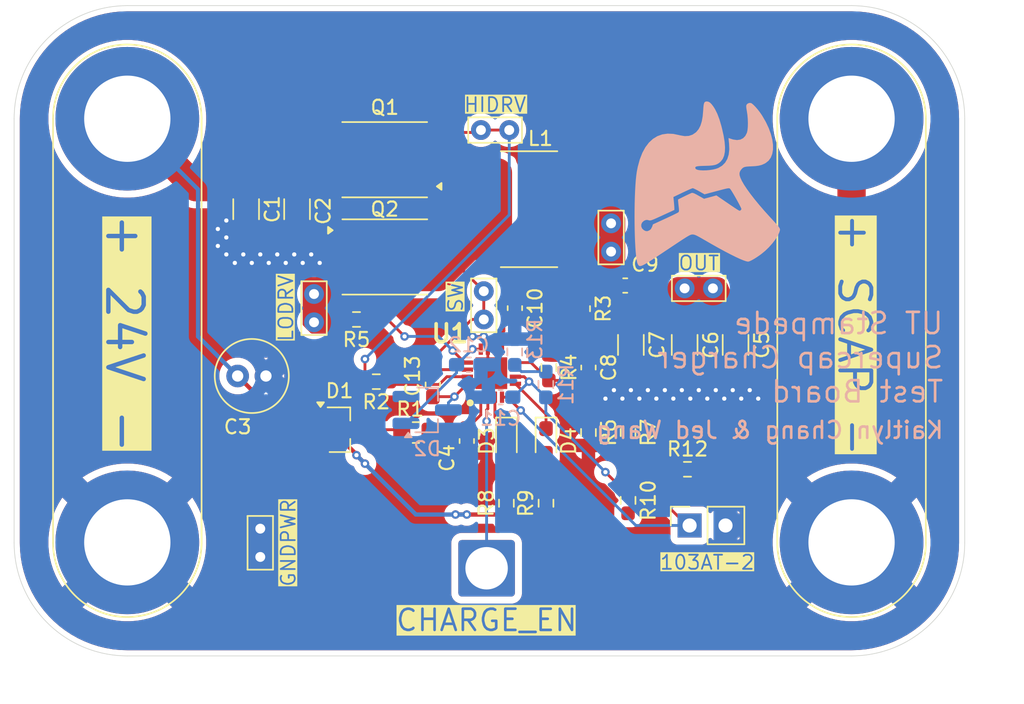
<source format=kicad_pcb>
(kicad_pcb (version 20241229) (generator "pcbnew") (generator_version "9.0")
  (title_block (title "Input Buck + Charger Test Board") (date "2025-05-25") (rev "1B") (company "UT Robomaster") (comment 1 "Robomaster"))
  (layers (0 "F.Cu" signal) (4 "In1.Cu" signal) (6 "In2.Cu" signal) (2 "B.Cu" signal) (13 "F.Paste" user) (15 "B.Paste" user) (5 "F.SilkS" user "F.Silkscreen") (7 "B.SilkS" user "B.Silkscreen") (1 "F.Mask" user) (3 "B.Mask" user) (25 "Edge.Cuts" user))
  (net 0 "")
  (net 1 "GNDPWR")
  (net 2 "/+24_IN")
  (net 3 "/Input Buck & Charger/VCC")
  (net 4 "/+6V_{SCAP}_OUT")
  (net 5 "/Input Buck & Charger/VFB")
  (net 6 "/Input Buck & Charger/SRP")
  (net 7 "/Input Buck & Charger/VREF")
  (net 8 "/Input Buck & Charger/REGN")
  (net 9 "/Input Buck & Charger/BTST")
  (net 10 "/Input Buck & Charger/PH")
  (net 11 "/Input Buck & Charger/VCC_R")
  (net 12 "/Input Buck & Charger/STAT_D")
  (net 13 "/Input Buck & Charger/STAT")
  (net 14 "/Input Buck & Charger/~{PG}_D")
  (net 15 "/Input Buck & Charger/~{PG}")
  (net 16 "/Input Buck & Charger/TS")
  (net 17 "/CHARGE_EN_IN")
  (net 18 "/Input Buck & Charger/HIDRV_R")
  (net 19 "/Input Buck & Charger/LODRV_R")
  (net 20 "/Input Buck & Charger/HIDRV")
  (net 21 "/Input Buck & Charger/LODRV")
  (net 22 "/Input Buck & Charger/ISET")
  (footprint "LED_SMD:LED_0603_1608Metric_Pad1.05x0.95mm_HandSolder" (layer "F.Cu") (at 123.6 142.4 -90)
    (property "Reference" "D3" (at 0 1.4 90) (layer "F.SilkS"))
    (property "Value" "LTST-C193TBKT-5A")
    (pad "1" smd roundrect (at -0.875 0 270) (size 1.05 0.95) (layers "F.Cu" "F.Mask" "F.Paste") (net 13 "/Input Buck & Charger/STAT"))
    (pad "2" smd roundrect (at 0.875 0 270) (size 1.05 0.95) (layers "F.Cu" "F.Mask" "F.Paste") (net 12 "/Input Buck & Charger/STAT_D"))
  )
  (footprint "TestPoint:TestPoint_Bridge_Pitch2.0mm_Drill0.7mm" (layer "F.Cu") (at 136.2 131.6)
    (property "Reference" "TP5" (hide yes))
    (property "Value" "V_{N}")
    (pad "1" thru_hole circle (at 0 0) (size 1.4 1.4) (drill 0.7) (layers "*.Cu" "*.Mask") (net 4 "/+6V_{SCAP}_OUT"))
    (pad "1" thru_hole circle (at 2 0) (size 1.4 1.4) (drill 0.7) (layers "*.Cu" "*.Mask") (net 4 "/+6V_{SCAP}_OUT"))
  )
  (footprint "Resistor_SMD:R_0603_1608Metric_Pad0.98x0.95mm_HandSolder" (layer "F.Cu") (at 126.4 146.8 90)
    (property "Reference" "R9" (at 0 -1.43 90) (layer "F.SilkS"))
    (property "Value" "4.7k")
    (pad "1" smd roundrect (at -0.9125 0 90) (size 0.975 0.95) (layers "F.Cu" "F.Mask" "F.Paste") (net 2 "/+24_IN"))
    (pad "2" smd roundrect (at 0.9125 0 90) (size 0.975 0.95) (layers "F.Cu" "F.Mask" "F.Paste") (net 14 "/Input Buck & Charger/~{PG}_D"))
  )
  (footprint "TestPoint:TestPoint_Bridge_Pitch2.0mm_Drill0.7mm" (layer "F.Cu") (at 106.2 150.6 90)
    (property "Reference" "TP6" (hide yes))
    (property "Value" "V_{LODRV}")
    (pad "1" thru_hole circle (at 0 0 90) (size 1.4 1.4) (drill 0.7) (layers "*.Cu" "*.Mask") (net 1 "GNDPWR"))
    (pad "1" thru_hole circle (at 2 0 90) (size 1.4 1.4) (drill 0.7) (layers "*.Cu" "*.Mask") (net 1 "GNDPWR"))
  )
  (footprint "Capacitor_SMD:C_0603_1608Metric_Pad1.08x0.95mm_HandSolder" (layer "F.Cu") (at 124.2 133 -90)
    (property "Reference" "C10" (at 0 -1.43 90) (layer "F.SilkS"))
    (property "Value" "0.1u")
    (pad "1" smd roundrect (at -0.8625 0 270) (size 1.075 0.95) (layers "F.Cu" "F.Mask" "F.Paste") (net 6 "/Input Buck & Charger/SRP"))
    (pad "2" smd roundrect (at 0.8625 0 270) (size 1.075 0.95) (layers "F.Cu" "F.Mask" "F.Paste") (net 4 "/+6V_{SCAP}_OUT"))
  )
  (footprint "Package_SON:Infineon_PG-TDSON-8_6.15x5.15mm" (layer "F.Cu") (at 115 122.475 180)
    (property "Reference" "Q1" (at 0 3.675 0) (layer "F.SilkS"))
    (property "Value" "BSC059N04LS6")
    (pad "1" smd roundrect (at -2.825 -1.905 180) (size 1.2 0.65) (layers "F.Cu" "F.Mask" "F.Paste") (net 10 "/Input Buck & Charger/PH"))
    (pad "2" smd roundrect (at -2.825 -0.635 180) (size 1.2 0.65) (layers "F.Cu" "F.Mask" "F.Paste") (net 10 "/Input Buck & Charger/PH"))
    (pad "3" smd roundrect (at -2.825 0.635 180) (size 1.2 0.65) (layers "F.Cu" "F.Mask" "F.Paste") (net 10 "/Input Buck & Charger/PH"))
    (pad "4" smd roundrect (at -2.825 1.905 180) (size 1.2 0.65) (layers "F.Cu" "F.Mask" "F.Paste") (net 18 "/Input Buck & Charger/HIDRV_R"))
    (pad "5" smd rect (at 0.675 0 180) (size 4.5 4.7) (layers "F.Cu" "F.Mask") (net 2 "/+24_IN"))
    (pad "5" smd roundrect (at 2.925 -1.995 180) (size 1 0.7) (layers "F.Cu" "F.Mask" "F.Paste") (net 2 "/+24_IN"))
    (pad "5" smd roundrect (at 2.925 -0.665 180) (size 1 0.7) (layers "F.Cu" "F.Mask" "F.Paste") (net 2 "/+24_IN"))
    (pad "5" smd roundrect (at 2.925 0.665 180) (size 1 0.7) (layers "F.Cu" "F.Mask" "F.Paste") (net 2 "/+24_IN"))
    (pad "5" smd roundrect (at 2.925 1.995 180) (size 1 0.7) (layers "F.Cu" "F.Mask" "F.Paste") (net 2 "/+24_IN"))
  )
  (footprint "TestPoint:TestPoint_Bridge_Pitch2.0mm_Drill0.7mm" (layer "F.Cu") (at 122 131.8 -90)
    (property "Reference" "TP2" (hide yes))
    (property "Value" "V_{SW}")
    (pad "1" thru_hole circle (at 0 0 270) (size 1.4 1.4) (drill 0.7) (layers "*.Cu" "*.Mask") (net 10 "/Input Buck & Charger/PH"))
    (pad "1" thru_hole circle (at 2 0 270) (size 1.4 1.4) (drill 0.7) (layers "*.Cu" "*.Mask") (net 10 "/Input Buck & Charger/PH"))
  )
  (footprint "TestPoint:TestPoint_Bridge_Pitch2.0mm_Drill0.7mm" (layer "F.Cu") (at 131 127 -90)
    (property "Reference" "TP3" (hide yes))
    (property "Value" "V_{P}")
    (pad "1" thru_hole circle (at 0 0 270) (size 1.4 1.4) (drill 0.7) (layers "*.Cu" "*.Mask") (net 6 "/Input Buck & Charger/SRP"))
    (pad "1" thru_hole circle (at 2 0 270) (size 1.4 1.4) (drill 0.7) (layers "*.Cu" "*.Mask") (net 6 "/Input Buck & Charger/SRP"))
  )
  (footprint "Capacitor_SMD:C_0603_1608Metric_Pad1.08x0.95mm_HandSolder" (layer "F.Cu") (at 118.3975 138.4 90)
    (property "Reference" "C13" (at 0.6 -1.43 90) (layer "F.SilkS"))
    (property "Value" "0.1u")
    (pad "1" smd roundrect (at -0.8625 0 90) (size 1.075 0.95) (layers "F.Cu" "F.Mask" "F.Paste") (net 9 "/Input Buck & Charger/BTST"))
    (pad "2" smd roundrect (at 0.8625 0 90) (size 1.075 0.95) (layers "F.Cu" "F.Mask" "F.Paste") (net 10 "/Input Buck & Charger/PH"))
  )
  (footprint "Capacitor_SMD:C_1206_3216Metric_Pad1.33x1.80mm_HandSolder" (layer "F.Cu") (at 136.2 135.6 -90)
    (property "Reference" "C6" (at 0 -1.85 90) (layer "F.SilkS"))
    (property "Value" "10u")
    (pad "1" smd roundrect (at -1.5625 0 270) (size 1.325 1.8) (layers "F.Cu" "F.Mask" "F.Paste") (roundrect_rratio 0.188679) (net 4 "/+6V_{SCAP}_OUT"))
    (pad "2" smd roundrect (at 1.5625 0 270) (size 1.325 1.8) (layers "F.Cu" "F.Mask" "F.Paste") (roundrect_rratio 0.188679) (net 1 "GNDPWR"))
  )
  (footprint "TestPoint:TestPoint_Bridge_Pitch2.0mm_Drill0.7mm" (layer "F.Cu") (at 110 134 90)
    (property "Reference" "TP4" (hide yes))
    (property "Value" "V_{LODRV}")
    (pad "1" thru_hole circle (at 0 0 90) (size 1.4 1.4) (drill 0.7) (layers "*.Cu" "*.Mask") (net 19 "/Input Buck & Charger/LODRV_R"))
    (pad "1" thru_hole circle (at 2 0 90) (size 1.4 1.4) (drill 0.7) (layers "*.Cu" "*.Mask") (net 19 "/Input Buck & Charger/LODRV_R"))
  )
  (footprint "Resistor_SMD:R_0603_1608Metric_Pad0.98x0.95mm_HandSolder" (layer "F.Cu") (at 126.6 137.2 -90)
    (property "Reference" "R4" (at 0 -1.43 90) (layer "F.SilkS"))
    (property "Value" "27k")
    (pad "1" smd roundrect (at -0.9125 0 270) (size 0.975 0.95) (layers "F.Cu" "F.Mask" "F.Paste") (net 4 "/+6V_{SCAP}_OUT"))
    (pad "2" smd roundrect (at 0.9125 0 270) (size 0.975 0.95) (layers "F.Cu" "F.Mask" "F.Paste") (net 5 "/Input Buck & Charger/VFB"))
  )
  (footprint "Resistor_SMD:R_0603_1608Metric_Pad0.98x0.95mm_HandSolder" (layer "F.Cu") (at 113 133.8 180)
    (property "Reference" "R5" (at 0 -1.43 0) (layer "F.SilkS"))
    (property "Value" "0")
    (pad "1" smd roundrect (at -0.9125 0 180) (size 0.975 0.95) (layers "F.Cu" "F.Mask" "F.Paste") (net 21 "/Input Buck & Charger/LODRV"))
    (pad "2" smd roundrect (at 0.9125 0 180) (size 0.975 0.95) (layers "F.Cu" "F.Mask" "F.Paste") (net 19 "/Input Buck & Charger/LODRV_R"))
  )
  (footprint "Capacitor_SMD:C_1206_3216Metric_Pad1.33x1.80mm_HandSolder" (layer "F.Cu") (at 108.8 126 -90)
    (property "Reference" "C2" (at 0.125 -1.85 90) (layer "F.SilkS"))
    (property "Value" "10u")
    (pad "1" smd roundrect (at -1.5625 0 270) (size 1.325 1.8) (layers "F.Cu" "F.Mask" "F.Paste") (roundrect_rratio 0.188679) (net 2 "/+24_IN"))
    (pad "2" smd roundrect (at 1.5625 0 270) (size 1.325 1.8) (layers "F.Cu" "F.Mask" "F.Paste") (roundrect_rratio 0.188679) (net 1 "GNDPWR"))
  )
  (footprint "Resistor_SMD:R_0603_1608Metric_Pad0.98x0.95mm_HandSolder" (layer "F.Cu") (at 132.2 141.8 -90)
    (property "Reference" "R7" (at 0 -1.43 90) (layer "F.SilkS"))
    (property "Value" "15k")
    (pad "1" smd roundrect (at -0.9125 0 270) (size 0.975 0.95) (layers "F.Cu" "F.Mask" "F.Paste") (net 5 "/Input Buck & Charger/VFB"))
    (pad "2" smd roundrect (at 0.9125 0 270) (size 0.975 0.95) (layers "F.Cu" "F.Mask" "F.Paste") (net 1 "GNDPWR"))
  )
  (footprint "Resistor_SMD:R_0603_1608Metric_Pad0.98x0.95mm_HandSolder" (layer "F.Cu") (at 123.6 146.8 90)
    (property "Reference" "R8" (at 0 -1.43 90) (layer "F.SilkS"))
    (property "Value" "4.7k")
    (pad "1" smd roundrect (at -0.9125 0 90) (size 0.975 0.95) (layers "F.Cu" "F.Mask" "F.Paste") (net 2 "/+24_IN"))
    (pad "2" smd roundrect (at 0.9125 0 90) (size 0.975 0.95) (layers "F.Cu" "F.Mask" "F.Paste") (net 12 "/Input Buck & Charger/STAT_D"))
  )
  (footprint "Inductor_SMD:L_Bourns_SRN8040TA" (layer "F.Cu") (at 125.2 126)
    (property "Reference" "L1" (at 0.8 -5 0) (layer "F.SilkS"))
    (property "Value" "4.7u")
    (pad "1" smd rect (at -2.825 0 270) (size 6.6 2.85) (layers "F.Cu" "F.Mask" "F.Paste") (net 10 "/Input Buck & Charger/PH"))
    (pad "2" smd rect (at 2.825 0 270) (size 6.6 2.85) (layers "F.Cu" "F.Mask" "F.Paste") (net 6 "/Input Buck & Charger/SRP"))
  )
  (footprint "Resistor_SMD:R_0603_1608Metric_Pad0.98x0.95mm_HandSolder" (layer "F.Cu") (at 129.4 141.8 -90)
    (property "Reference" "R6" (at 0 -1.43 90) (layer "F.SilkS"))
    (property "Value" "470k")
    (pad "1" smd roundrect (at -0.9125 0 270) (size 0.975 0.95) (layers "F.Cu" "F.Mask" "F.Paste") (net 5 "/Input Buck & Charger/VFB"))
    (pad "2" smd roundrect (at 0.9125 0 270) (size 0.975 0.95) (layers "F.Cu" "F.Mask" "F.Paste") (net 1 "GNDPWR"))
  )
  (footprint "Capacitor_SMD:C_1206_3216Metric_Pad1.33x1.80mm_HandSolder" (layer "F.Cu") (at 139.8 135.6 -90)
    (property "Reference" "C5" (at 0 -1.85 90) (layer "F.SilkS"))
    (property "Value" "10u")
    (pad "1" smd roundrect (at -1.5625 0 270) (size 1.325 1.8) (layers "F.Cu" "F.Mask" "F.Paste") (roundrect_rratio 0.188679) (net 4 "/+6V_{SCAP}_OUT"))
    (pad "2" smd roundrect (at 1.5625 0 270) (size 1.325 1.8) (layers "F.Cu" "F.Mask" "F.Paste") (roundrect_rratio 0.188679) (net 1 "GNDPWR"))
  )
  (footprint "Package_SON:Infineon_PG-TDSON-8_6.15x5.15mm" (layer "F.Cu") (at 115 129.4)
    (property "Reference" "Q2" (at -0.005 -3.4 0) (layer "F.SilkS"))
    (property "Value" "BSC059N04LS6")
    (pad "1" smd roundrect (at -2.825 -1.905) (size 1.2 0.65) (layers "F.Cu" "F.Mask" "F.Paste") (net 1 "GNDPWR"))
    (pad "2" smd roundrect (at -2.825 -0.635) (size 1.2 0.65) (layers "F.Cu" "F.Mask" "F.Paste") (net 1 "GNDPWR"))
    (pad "3" smd roundrect (at -2.825 0.635) (size 1.2 0.65) (layers "F.Cu" "F.Mask" "F.Paste") (net 1 "GNDPWR"))
    (pad "4" smd roundrect (at -2.825 1.905) (size 1.2 0.65) (layers "F.Cu" "F.Mask" "F.Paste") (net 19 "/Input Buck & Charger/LODRV_R"))
    (pad "5" smd rect (at 0.675 0) (size 4.5 4.7) (layers "F.Cu" "F.Mask") (net 10 "/Input Buck & Charger/PH"))
    (pad "5" smd roundrect (at 2.925 -1.995) (size 1 0.7) (layers "F.Cu" "F.Mask" "F.Paste") (net 10 "/Input Buck & Charger/PH"))
    (pad "5" smd roundrect (at 2.925 -0.665) (size 1 0.7) (layers "F.Cu" "F.Mask" "F.Paste") (net 10 "/Input Buck & Charger/PH"))
    (pad "5" smd roundrect (at 2.925 0.665) (size 1 0.7) (layers "F.Cu" "F.Mask" "F.Paste") (net 10 "/Input Buck & Charger/PH"))
    (pad "5" smd roundrect (at 2.925 1.995) (size 1 0.7) (layers "F.Cu" "F.Mask" "F.Paste") (net 10 "/Input Buck & Charger/PH"))
  )
  (footprint "Capacitor_SMD:C_1206_3216Metric_Pad1.33x1.80mm_HandSolder" (layer "F.Cu") (at 105.2 126 -90)
    (property "Reference" "C1" (at 0 -1.85 90) (layer "F.SilkS"))
    (property "Value" "10u")
    (pad "1" smd roundrect (at -1.5625 0 270) (size 1.325 1.8) (layers "F.Cu" "F.Mask" "F.Paste") (roundrect_rratio 0.188679) (net 2 "/+24_IN"))
    (pad "2" smd roundrect (at 1.5625 0 270) (size 1.325 1.8) (layers "F.Cu" "F.Mask" "F.Paste") (roundrect_rratio 0.188679) (net 1 "GNDPWR"))
  )
  (footprint "Resistor_SMD:R_0603_1608Metric_Pad0.98x0.95mm_HandSolder" (layer "F.Cu") (at 136.4 144.4)
    (property "Reference" "R12" (at 0 -1.43 0) (layer "F.SilkS"))
    (property "Value" "430k")
    (pad "1" smd roundrect (at -0.9125 0) (size 0.975 0.95) (layers "F.Cu" "F.Mask" "F.Paste") (net 16 "/Input Buck & Charger/TS"))
    (pad "2" smd roundrect (at 0.9125 0) (size 0.975 0.95) (layers "F.Cu" "F.Mask" "F.Paste") (net 1 "GNDPWR"))
  )
  (footprint "Connector:Banana_Jack_2Pin" (layer "F.Cu") (at 148 119.6 -90)
    (property "Reference" "J17" (hide yes))
    (property "Value" "Banana 2P")
    (pad "1" thru_hole circle (at 0 0 270) (size 10.16 10.16) (drill 6.1) (layers "*.Cu" "*.Mask") (net 4 "/+6V_{SCAP}_OUT"))
    (pad "2" thru_hole circle (at 29.97 0 270) (size 10.16 10.16) (drill 6.1) (layers "*.Cu" "*.Mask") (net 1 "GNDPWR"))
  )
  (footprint "Connector_Wire:SolderWire-2.5sqmm_1x01_D2.4mm_OD3.6mm" (layer "F.Cu") (at 122.2 151.4)
    (property "Reference" "J23" (hide yes))
    (property "Value" "Conn_01x01_Pin")
    (pad "1" thru_hole roundrect (at 0 0) (size 4 4) (drill 3) (layers "*.Cu" "*.Mask") (roundrect_rratio 0.0625) (net 17 "/CHARGE_EN_IN"))
  )
  (footprint "TestPoint:TestPoint_Bridge_Pitch2.0mm_Drill0.7mm" (layer "F.Cu") (at 121.8 120.4)
    (property "Reference" "TP1" (hide yes))
    (property "Value" "V_{HIDRV}")
    (pad "1" thru_hole circle (at 0 0) (size 1.4 1.4) (drill 0.7) (layers "*.Cu" "*.Mask") (net 18 "/Input Buck & Charger/HIDRV_R"))
    (pad "1" thru_hole circle (at 2 0) (size 1.4 1.4) (drill 0.7) (layers "*.Cu" "*.Mask") (net 18 "/Input Buck & Charger/HIDRV_R"))
  )
  (footprint "! Robomaster ICs:QFN50P350X350X100-17N-D" (layer "F.Cu") (at 122.5375 137.6 90)
    (property "Reference" "U1" (at 2.8 -2.9375 180) (layer "F.SilkS") (effects (font (size 1.27 1.27) (thickness 0.254))))
    (property "Value" "BQ24640" (hide yes))
    (pad "1" smd rect (at -1.7 -0.75 180) (size 0.3 0.8) (layers "F.Cu" "F.Mask" "F.Paste") (net 3 "/Input Buck & Charger/VCC"))
    (pad "2" smd rect (at -1.7 -0.25 180) (size 0.3 0.8) (layers "F.Cu" "F.Mask" "F.Paste") (net 17 "/CHARGE_EN_IN"))
    (pad "3" smd rect (at -1.7 0.25 180) (size 0.3 0.8) (layers "F.Cu" "F.Mask" "F.Paste") (net 13 "/Input Buck & Charger/STAT"))
    (pad "4" smd rect (at -1.7 0.75 180) (size 0.3 0.8) (layers "F.Cu" "F.Mask" "F.Paste") (net 16 "/Input Buck & Charger/TS"))
    (pad "5" smd rect (at -0.75 1.7 90) (size 0.3 0.8) (layers "F.Cu" "F.Mask" "F.Paste") (net 15 "/Input Buck & Charger/~{PG}"))
    (pad "6" smd rect (at -0.25 1.7 90) (size 0.3 0.8) (layers "F.Cu" "F.Mask" "F.Paste") (net 7 "/Input Buck & Charger/VREF"))
    (pad "7" smd rect (at 0.25 1.7 90) (size 0.3 0.8) (layers "F.Cu" "F.Mask" "F.Paste") (net 22 "/Input Buck & Charger/ISET"))
    (pad "8" smd rect (at 0.75 1.7 90) (size 0.3 0.8) (layers "F.Cu" "F.Mask" "F.Paste") (net 5 "/Input Buck & Charger/VFB"))
    (pad "9" smd rect (at 1.7 0.75 180) (size 0.3 0.8) (layers "F.Cu" "F.Mask" "F.Paste") (net 4 "/+6V_{SCAP}_OUT"))
    (pad "10" smd rect (at 1.7 0.25 180) (size 0.3 0.8) (layers "F.Cu" "F.Mask" "F.Paste") (net 6 "/Input Buck & Charger/SRP"))
    (pad "11" smd rect (at 1.7 -0.25 180) (size 0.3 0.8) (layers "F.Cu" "F.Mask" "F.Paste") (net 1 "GNDPWR"))
    (pad "12" smd rect (at 1.7 -0.75 180) (size 0.3 0.8) (layers "F.Cu" "F.Mask" "F.Paste") (net 8 "/Input Buck & Charger/REGN"))
    (pad "13" smd rect (at 0.75 -1.7 90) (size 0.3 0.8) (layers "F.Cu" "F.Mask" "F.Paste") (net 21 "/Input Buck & Charger/LODRV"))
    (pad "14" smd rect (at 0.25 -1.7 90) (size 0.3 0.8) (layers "F.Cu" "F.Mask" "F.Paste") (net 10 "/Input Buck & Charger/PH"))
    (pad "15" smd rect (at -0.25 -1.7 90) (size 0.3 0.8) (layers "F.Cu" "F.Mask" "F.Paste") (net 20 "/Input Buck & Charger/HIDRV"))
    (pad "16" smd rect (at -0.75 -1.7 90) (size 0.3 0.8) (layers "F.Cu" "F.Mask" "F.Paste") (net 9 "/Input Buck & Charger/BTST"))
    (pad "17" smd rect (at 0 0 90) (size 2.24 2.24) (layers "F.Cu" "F.Mask" "F.Paste") (net 1 "GNDPWR"))
  )
  (footprint "Capacitor_SMD:C_0603_1608Metric_Pad1.08x0.95mm_HandSolder" (layer "F.Cu") (at 132 131.4)
    (property "Reference" "C9" (at 1.4 -1.5 0) (layer "F.SilkS"))
    (property "Value" "0.1u")
    (pad "1" smd roundrect (at -0.8625 0) (size 1.075 0.95) (layers "F.Cu" "F.Mask" "F.Paste") (net 6 "/Input Buck & Charger/SRP"))
    (pad "2" smd roundrect (at 0.8625 0) (size 1.075 0.95) (layers "F.Cu" "F.Mask" "F.Paste") (net 1 "GNDPWR"))
  )
  (footprint "Resistor_SMD:R_0603_1608Metric_Pad0.98x0.95mm_HandSolder" (layer "F.Cu") (at 132.2 146.6 -90)
    (property "Reference" "R10" (at 0 -1.43 90) (layer "F.SilkS"))
    (property "Value" "9.31k")
    (pad "1" smd roundrect (at -0.9125 0 270) (size 0.975 0.95) (layers "F.Cu" "F.Mask" "F.Paste") (net 7 "/Input Buck & Charger/VREF"))
    (pad "2" smd roundrect (at 0.9125 0 270) (size 0.975 0.95) (layers "F.Cu" "F.Mask" "F.Paste") (net 16 "/Input Buck & Charger/TS"))
  )
  (footprint "Resistor_SMD:R_0805_2012Metric_Pad1.20x1.40mm_HandSolder" (layer "F.Cu") (at 117.2 141.8)
    (property "Reference" "R1" (at -0.4 -1.65 0) (layer "F.SilkS"))
    (property "Value" "6.8")
    (pad "1" smd roundrect (at -1 0) (size 1.2 1.4) (layers "F.Cu" "F.Mask" "F.Paste") (roundrect_rratio 0.208333) (net 11 "/Input Buck & Charger/VCC_R"))
    (pad "2" smd roundrect (at 1 0) (size 1.2 1.4) (layers "F.Cu" "F.Mask" "F.Paste") (roundrect_rratio 0.208333) (net 3 "/Input Buck & Charger/VCC"))
  )
  (footprint "Capacitor_SMD:C_0603_1608Metric_Pad1.08x0.95mm_HandSolder" (layer "F.Cu") (at 120.8 142.4 -90)
    (property "Reference" "C4" (at 1.2 1.4 90) (layer "F.SilkS"))
    (property "Value" "1u")
    (pad "1" smd roundrect (at -0.8625 0 270) (size 1.075 0.95) (layers "F.Cu" "F.Mask" "F.Paste") (net 3 "/Input Buck & Charger/VCC"))
    (pad "2" smd roundrect (at 0.8625 0 270) (size 1.075 0.95) (layers "F.Cu" "F.Mask" "F.Paste") (net 1 "GNDPWR"))
  )
  (footprint "Package_TO_SOT_SMD:SOT-23_Handsoldering" (layer "F.Cu") (at 111.8 141.6)
    (property "Reference" "D1" (at 0 -2.75 0) (layer "F.SilkS"))
    (property "Value" "BAT54")
    (pad "1" smd roundrect (at -1.5 -0.95) (size 1.9 0.8) (layers "F.Cu" "F.Mask" "F.Paste") (net 2 "/+24_IN"))
    (pad "2" smd roundrect (at -1.5 0.95) (size 1.9 0.8) (layers "F.Cu" "F.Mask" "F.Paste"))
    (pad "3" smd roundrect (at 1.5 0) (size 1.9 0.8) (layers "F.Cu" "F.Mask" "F.Paste") (net 11 "/Input Buck & Charger/VCC_R"))
  )
  (footprint "LED_SMD:LED_0603_1608Metric_Pad1.05x0.95mm_HandSolder" (layer "F.Cu") (at 126.4 142.4 -90)
    (property "Reference" "D4" (at 0 -1.6 90) (layer "F.SilkS"))
    (property "Value" "LTST-C193KSKT-5A")
    (pad "1" smd roundrect (at -0.875 0 270) (size 1.05 0.95) (layers "F.Cu" "F.Mask" "F.Paste") (net 15 "/Input Buck & Charger/~{PG}"))
    (pad "2" smd roundrect (at 0.875 0 270) (size 1.05 0.95) (layers "F.Cu" "F.Mask" "F.Paste") (net 14 "/Input Buck & Charger/~{PG}_D"))
  )
  (footprint "Capacitor_SMD:C_1206_3216Metric_Pad1.33x1.80mm_HandSolder" (layer "F.Cu") (at 132.4 135.6 -90)
    (property "Reference" "C7" (at 0 -1.85 90) (layer "F.SilkS"))
    (property "Value" "10u")
    (pad "1" smd roundrect (at -1.5625 0 270) (size 1.325 1.8) (layers "F.Cu" "F.Mask" "F.Paste") (roundrect_rratio 0.188679) (net 4 "/+6V_{SCAP}_OUT"))
    (pad "2" smd roundrect (at 1.5625 0 270) (size 1.325 1.8) (layers "F.Cu" "F.Mask" "F.Paste") (roundrect_rratio 0.188679) (net 1 "GNDPWR"))
  )
  (footprint "Connector_PinSocket_2.54mm:PinSocket_1x02_P2.54mm_Vertical" (layer "F.Cu") (at 136.55 148.375 90)
    (property "Reference" "J1" (hide yes))
    (property "Value" "Conn_01x02_Socket")
    (pad "1" thru_hole rect (at 0 0 90) (size 1.7 1.7) (drill 1) (layers "*.Cu" "*.Mask") (net 16 "/Input Buck & Charger/TS"))
    (pad "2" thru_hole oval (at 0 2.54 90) (size 1.7 1.7) (drill 1) (layers "*.Cu" "*.Mask") (net 1 "GNDPWR"))
  )
  (footprint "Resistor_SMD:R_0612_1632Metric_Pad1.18x3.40mm_HandSolder" (layer "F.Cu") (at 127.8 133.0375 -90)
    (property "Reference" "R3" (at 0 -2.65 90) (layer "F.SilkS"))
    (property "Value" "0.01")
    (pad "1" smd roundrect (at -0.8375 0 270) (size 1.175 3.4) (layers "F.Cu" "F.Mask" "F.Paste") (roundrect_rratio 0.212766) (net 6 "/Input Buck & Charger/SRP"))
    (pad "2" smd roundrect (at 0.8375 0 270) (size 1.175 3.4) (layers "F.Cu" "F.Mask" "F.Paste") (roundrect_rratio 0.212766) (net 4 "/+6V_{SCAP}_OUT"))
  )
  (footprint "Capacitor_THT:C_Radial_D5.0mm_H11.0mm_P2.00mm" (layer "F.Cu") (at 104.6 137.8)
    (property "Reference" "C3" (at 0 3.6 0) (layer "F.SilkS"))
    (property "Value" "2.2u")
    (pad "1" thru_hole circle (at 0 0) (size 1.6 1.6) (drill 0.8) (layers "*.Cu" "*.Mask") (net 2 "/+24_IN"))
    (pad "2" thru_hole circle (at 2 0) (size 1.6 1.6) (drill 0.8) (layers "*.Cu" "*.Mask") (net 1 "GNDPWR"))
  )
  (footprint "Resistor_SMD:R_0603_1608Metric_Pad0.98x0.95mm_HandSolder" (layer "F.Cu") (at 114.4 138.2 180)
    (property "Reference" "R2" (at 0 -1.43 0) (layer "F.SilkS"))
    (property "Value" "0")
    (pad "1" smd roundrect (at -0.9125 0 180) (size 0.975 0.95) (layers "F.Cu" "F.Mask" "F.Paste") (net 20 "/Input Buck & Charger/HIDRV"))
    (pad "2" smd roundrect (at 0.9125 0 180) (size 0.975 0.95) (layers "F.Cu" "F.Mask" "F.Paste") (net 18 "/Input Buck & Charger/HIDRV_R"))
  )
  (footprint "Capacitor_SMD:C_0603_1608Metric_Pad1.08x0.95mm_HandSolder" (layer "F.Cu") (at 129.4 137.2 -90)
    (property "Reference" "C8" (at 0 -1.43 90) (layer "F.SilkS"))
    (property "Value" "15p")
    (pad "1" smd roundrect (at -0.8625 0 270) (size 1.075 0.95) (layers "F.Cu" "F.Mask" "F.Paste") (net 4 "/+6V_{SCAP}_OUT"))
    (pad "2" smd roundrect (at 0.8625 0 270) (size 1.075 0.95) (layers "F.Cu" "F.Mask" "F.Paste") (net 5 "/Input Buck & Charger/VFB"))
  )
  (footprint "Connector:Banana_Jack_2Pin" (layer "F.Cu") (at 96.8 119.6 -90)
    (property "Reference" "J16" (hide yes))
    (property "Value" "Banana 2P")
    (pad "1" thru_hole circle (at 0 0 270) (size 10.16 10.16) (drill 6.1) (layers "*.Cu" "*.Mask") (net 2 "/+24_IN"))
    (pad "2" thru_hole circle (at 29.97 0 270) (size 10.16 10.16) (drill 6.1) (layers "*.Cu" "*.Mask") (net 1 "GNDPWR"))
  )
  (footprint "Capacitor_SMD:C_0603_1608Metric_Pad1.08x0.95mm_HandSolder" (layer "B.Cu") (at 123.1875 139.3 180)
    (property "Reference" "C11" (at 0 -1.5 0) (layer "B.SilkS") (effects (justify mirror)))
    (property "Value" "1u")
    (pad "1" smd roundrect (at -0.8625 0 180) (size 1.075 0.95) (layers "B.Cu" "B.Mask" "B.Paste") (net 7 "/Input Buck & Charger/VREF"))
    (pad "2" smd roundrect (at 0.8625 0 180) (size 1.075 0.95) (layers "B.Cu" "B.Mask" "B.Paste") (net 1 "GNDPWR"))
  )
  (footprint "Resistor_SMD:R_0603_1608Metric_Pad0.98x0.95mm_HandSolder" (layer "B.Cu") (at 124.1875 136.1 90)
    (property "Reference" "R13" (at 0.9 1.43 90) (layer "B.SilkS") (effects (justify mirror)))
    (property "Value" "47k")
    (pad "1" smd roundrect (at -0.9125 0 90) (size 0.975 0.95) (layers "B.Cu" "B.Mask" "B.Paste") (net 22 "/Input Buck & Charger/ISET"))
    (pad "2" smd roundrect (at 0.9125 0 90) (size 0.975 0.95) (layers "B.Cu" "B.Mask" "B.Paste") (net 1 "GNDPWR"))
  )
  (footprint "Resistor_SMD:R_0603_1608Metric_Pad0.98x0.95mm_HandSolder" (layer "B.Cu") (at 126.3875 138.4 90)
    (property "Reference" "R11" (at 0 1.43 90) (layer "B.SilkS") (effects (justify mirror)))
    (property "Value" "82k")
    (pad "1" smd roundrect (at -0.9125 0 90) (size 0.975 0.95) (layers "B.Cu" "B.Mask" "B.Paste") (net 7 "/Input Buck & Charger/VREF"))
    (pad "2" smd roundrect (at 0.9125 0 90) (size 0.975 0.95) (layers "B.Cu" "B.Mask" "B.Paste") (net 22 "/Input Buck & Charger/ISET"))
  )
  (footprint "Package_TO_SOT_SMD:SOT-23_Handsoldering" (layer "B.Cu") (at 118 140.2)
    (property "Reference" "D2" (at 0 2.75 0) (layer "B.SilkS") (effects (justify mirror)))
    (property "Value" "BAT54")
    (pad "1" smd roundrect (at -1.5 0.95) (size 1.9 0.8) (layers "B.Cu" "B.Mask" "B.Paste") (net 8 "/Input Buck & Charger/REGN"))
    (pad "2" smd roundrect (at -1.5 -0.95) (size 1.9 0.8) (layers "B.Cu" "B.Mask" "B.Paste"))
    (pad "3" smd roundrect (at 1.5 0) (size 1.9 0.8) (layers "B.Cu" "B.Mask" "B.Paste") (net 9 "/Input Buck & Charger/BTST"))
  )
  (footprint "! Robomaster Special:StampedeLogo" (layer "B.Cu") (at 137.8 124.2 180)
    (property "Reference" "G***" (hide yes))
    (property "Value" "LOGO" (hide yes))
  )
  (footprint "Capacitor_SMD:C_0603_1608Metric_Pad1.08x0.95mm_HandSolder" (layer "B.Cu") (at 120.9375 137)
    (property "Reference" "C12" (at 0 -1.4 180) (layer "B.SilkS") (effects (justify mirror)))
    (property "Value" "1u")
    (pad "1" smd roundrect (at -0.8625 0) (size 1.075 0.95) (layers "B.Cu" "B.Mask" "B.Paste") (net 8 "/Input Buck & Charger/REGN"))
    (pad "2" smd roundrect (at 0.8625 0) (size 1.075 0.95) (layers "B.Cu" "B.Mask" "B.Paste") (net 1 "GNDPWR"))
  )
  (gr_arc (start 88.8 119.6) (mid 91.143146 113.943146) (end 96.8 111.6) (stroke (width 0.05)) (layer "Edge.Cuts"))
  (gr_line (start 156 119.6) (end 156 149.6) (stroke (width 0.05)) (layer "Edge.Cuts"))
  (gr_line (start 148 157.6) (end 96.8 157.6) (stroke (width 0.05)) (layer "Edge.Cuts"))
  (gr_arc (start 96.8 157.6) (mid 91.143146 155.256854) (end 88.8 149.6) (stroke (width 0.05)) (layer "Edge.Cuts"))
  (gr_arc (start 148 111.6) (mid 153.656854 113.943146) (end 156 119.6) (stroke (width 0.05)) (layer "Edge.Cuts"))
  (gr_line (start 96.8 111.6) (end 148 111.6) (stroke (width 0.05)) (layer "Edge.Cuts"))
  (gr_arc (start 156 149.6) (mid 153.656854 155.256854) (end 148 157.6) (stroke (width 0.05)) (layer "Edge.Cuts"))
  (gr_line (start 88.8 149.6) (end 88.8 119.6) (stroke (width 0.05)) (layer "Edge.Cuts"))
  (gr_text "SW" (at 120.6 132.2 90) (layer "F.SilkS" knockout) (effects (font (size 1 1) (thickness 0.125)) (justify bottom)))
  (gr_text "103AT-2" (at 137.8 150.4 0) (layer "F.SilkS" knockout) (effects (font (size 1 1) (thickness 0.125)) (justify top)))
  (gr_text "HIDRV" (at 122.8 119.2 0) (layer "F.SilkS" knockout) (effects (font (size 1 1) (thickness 0.125)) (justify bottom)))
  (gr_text "CHARGE_EN" (at 122.2 154.2 0) (layer "F.SilkS" knockout) (effects (font (size 1.5 1.5) (thickness 0.1875)) (justify top)))
  (gr_text "OUT" (at 137.2 130.4 0) (layer "F.SilkS" knockout) (effects (font (size 1 1) (thickness 0.125)) (justify bottom)))
  (gr_text "+ SCAP -" (at 148.2 134.888748 270) (layer "F.SilkS" knockout) (effects (font (size 2.2 2.2) (thickness 0.275))))
  (gr_text "GNDPWR" (at 107.6 149.6 90) (layer "F.SilkS" knockout) (effects (font (size 1 1) (thickness 0.125)) (justify top)))
  (gr_text "+ 24V -" (at 96.6 134.8 270) (layer "F.SilkS" knockout) (effects (font (size 2.5 2.5) (thickness 0.3125))))
  (gr_text "LODRV" (at 108.6 133 90) (layer "F.SilkS" knockout) (effects (font (size 1 1) (thickness 0.125)) (justify bottom)))
  (gr_text "UT Stampede\nSupercap Charger\nTest Board\n_{Kaitlyn Chang & Jed Wang}" (at 154.6 133.2 0) (layer "B.SilkS") (effects (font (size 1.5 1.5) (thickness 0.1875)) (justify left top mirror)))
  (segment (start 122 135) (end 121.2 135) (width 0.2) (layer "F.Cu") (net 1))
  (segment (start 122.2875 137.35) (end 122.5375 137.6) (width 0.2) (layer "F.Cu") (net 1))
  (segment (start 122.2875 135.9) (end 122.2875 137.35) (width 0.2) (layer "F.Cu") (net 1))
  (segment (start 122.327147 135.860353) (end 122.2875 135.9) (width 0.2) (layer "F.Cu") (net 1))
  (segment (start 122 135) (end 122.327147 135.327147) (width 0.2) (layer "F.Cu") (net 1))
  (segment (start 122.327147 135.327147) (end 122.327147 135.860353) (width 0.2) (layer "F.Cu") (net 1))
  (via (at 130.6 139.4) (size 0.6) (drill 0.3) (layers "F.Cu" "B.Cu") (net 1))
  (via (at 134.8 138.8) (size 0.6) (drill 0.3) (layers "F.Cu" "B.Cu") (net 1))
  (via (at 103.8 126.8) (size 0.6) (drill 0.3) (layers "F.Cu" "B.Cu") (net 1))
  (via (at 136 138.8) (size 0.6) (drill 0.3) (layers "F.Cu" "B.Cu") (net 1))
  (via (at 108 129.8) (size 0.6) (drill 0.3) (layers "F.Cu" "B.Cu") (net 1))
  (via (at 122 135) (size 0.6) (drill 0.3) (layers "F.Cu" "B.Cu") (net 1))
  (via (at 131.2 138.8) (size 0.6) (drill 0.3) (layers "F.Cu" "B.Cu") (net 1))
  (via (at 132.4 138.8) (size 0.6) (drill 0.3) (layers "F.Cu" "B.Cu") (net 1))
  (via (at 103.8 129.2) (size 0.6) (drill 0.3) (layers "F.Cu" "B.Cu") (net 1))
  (via (at 137.2 138.8) (size 0.6) (drill 0.3) (layers "F.Cu" "B.Cu") (net 1))
  (via (at 104.4 129.8) (size 0.6) (drill 0.3) (layers "F.Cu" "B.Cu") (net 1))
  (via (at 105 129.2) (size 0.6) (drill 0.3) (layers "F.Cu" "B.Cu") (net 1))
  (via (at 103.2 127.4) (size 0.6) (drill 0.3) (layers "F.Cu" "B.Cu") (net 1))
  (via (at 135.4 139.4) (size 0.6) (drill 0.3) (layers "F.Cu" "B.Cu") (net 1))
  (via (at 139.6 138.8) (size 0.6) (drill 0.3) (layers "F.Cu" "B.Cu") (net 1))
  (via (at 139 139.4) (size 0.6) (drill 0.3) (layers "F.Cu" "B.Cu") (net 1))
  (via (at 141.4 139.4) (size 0.6) (drill 0.3) (layers "F.Cu" "B.Cu") (net 1))
  (via (at 138.4 138.8) (size 0.6) (drill 0.3) (layers "F.Cu" "B.Cu") (net 1))
  (via (at 134.2 139.4) (size 0.6) (drill 0.3) (layers "F.Cu" "B.Cu") (net 1))
  (via (at 136.6 139.4) (size 0.6) (drill 0.3) (layers "F.Cu" "B.Cu") (net 1))
  (via (at 106.8 129.8) (size 0.6) (drill 0.3) (layers "F.Cu" "B.Cu") (net 1))
  (via (at 137.8 139.4) (size 0.6) (drill 0.3) (layers "F.Cu" "B.Cu") (net 1))
  (via (at 103.8 128) (size 0.6) (drill 0.3) (layers "F.Cu" "B.Cu") (net 1))
  (via (at 110.4 129.8) (size 0.6) (drill 0.3) (layers "F.Cu" "B.Cu") (net 1))
  (via (at 106.2 129.2) (size 0.6) (drill 0.3) (layers "F.Cu" "B.Cu") (net 1))
  (via (at 140.2 139.4) (size 0.6) (drill 0.3) (layers "F.Cu" "B.Cu") (net 1))
  (via (at 107.4 129.2) (size 0.6) (drill 0.3) (layers "F.Cu" "B.Cu") (net 1))
  (via (at 108.6 129.2) (size 0.6) (drill 0.3) (layers "F.Cu" "B.Cu") (net 1))
  (via (at 121.2 135) (size 0.6) (drill 0.3) (layers "F.Cu" "B.Cu") (net 1))
  (via (at 109.8 129.2) (size 0.6) (drill 0.3) (layers "F.Cu" "B.Cu") (net 1))
  (via (at 109.2 129.8) (size 0.6) (drill 0.3) (layers "F.Cu" "B.Cu") (net 1))
  (via (at 140.8 138.8) (size 0.6) (drill 0.3) (layers "F.Cu" "B.Cu") (net 1))
  (via (at 105.6 129.8) (size 0.6) (drill 0.3) (layers "F.Cu" "B.Cu") (net 1))
  (via (at 131.8 139.4) (size 0.6) (drill 0.3) (layers "F.Cu" "B.Cu") (net 1))
  (via (at 103.2 128.6) (size 0.6) (drill 0.3) (layers "F.Cu" "B.Cu") (net 1))
  (via (at 133.6 138.8) (size 0.6) (drill 0.3) (layers "F.Cu" "B.Cu") (net 1))
  (via (at 133 139.4) (size 0.6) (drill 0.3) (layers "F.Cu" "B.Cu") (net 1))
  (segment (start 122.406671 135.1875) (end 122.219171 135) (width 0.2) (layer "B.Cu") (net 1))
  (segment (start 122.219171 135) (end 122 135) (width 0.2) (layer "B.Cu") (net 1))
  (segment (start 104.6 137.8) (end 107.45 140.65) (width 0.3) (layer "F.Cu") (net 2))
  (segment (start 123.4875 147.6) (end 123.6 147.7125) (width 0.3) (layer "F.Cu") (net 2))
  (segment (start 120.8 147.6) (end 123.4875 147.6) (width 0.3) (layer "F.Cu") (net 2))
  (segment (start 123.6 147.7125) (end 126.4 147.7125) (width 0.3) (layer "F.Cu") (net 2))
  (segment (start 101.6375 124.4375) (end 96.8 119.6) (width 2) (layer "F.Cu") (net 2))
  (segment (start 113 143.4) (end 113.6 144) (width 0.3) (layer "F.Cu") (net 2))
  (segment (start 113 143.35) (end 113 143.4) (width 0.3) (layer "F.Cu") (net 2))
  (segment (start 107.45 140.65) (end 110.3 140.65) (width 0.3) (layer "F.Cu") (net 2))
  (segment (start 110.3 140.65) (end 113 143.35) (width 0.3) (layer "F.Cu") (net 2))
  (segment (start 120.8 147.6) (end 120 147.6) (width 0.3) (layer "F.Cu") (net 2))
  (segment (start 105.2 124.4375) (end 101.6375 124.4375) (width 2) (layer "F.Cu") (net 2))
  (via (at 120 147.6) (size 0.6) (drill 0.3) (layers "F.Cu" "B.Cu") (net 2))
  (via (at 113.6 144) (size 0.6) (drill 0.3) (layers "F.Cu" "B.Cu") (net 2))
  (via (at 113 143.4) (size 0.6) (drill 0.3) (layers "F.Cu" "B.Cu") (net 2))
  (via (at 120.8 147.6) (size 0.6) (drill 0.3) (layers "F.Cu" "B.Cu") (net 2))
  (segment (start 101.8 135) (end 101.8 124.6) (width 0.3) (layer "B.Cu") (net 2))
  (segment (start 117.2 147.6) (end 120 147.6) (width 0.3) (layer "B.Cu") (net 2))
  (segment (start 104.6 137.8) (end 101.8 135) (width 0.3) (layer "B.Cu") (net 2))
  (segment (start 120 147.6) (end 120.8 147.6) (width 0.3) (layer "B.Cu") (net 2))
  (segment (start 113 143.4) (end 113.6 144) (width 0.3) (layer "B.Cu") (net 2))
  (segment (start 101.8 124.6) (end 96.8 119.6) (width 0.3) (layer "B.Cu") (net 2))
  (segment (start 113.6 144) (end 117.2 147.6) (width 0.3) (layer "B.Cu") (net 2))
  (segment (start 121.7875 139.3) (end 121.7875 140.55) (width 0.2) (layer "F.Cu") (net 3))
  (segment (start 120.5375 141.8) (end 120.8 141.5375) (width 0.2) (layer "F.Cu") (net 3))
  (segment (start 118.2 141.8) (end 120.5375 141.8) (width 0.2) (layer "F.Cu") (net 3))
  (segment (start 121.7875 140.55) (end 120.8 141.5375) (width 0.2) (layer "F.Cu") (net 3))
  (segment (start 123.825 134.7776) (end 123.5901 135.0125) (width 0.2) (layer "F.Cu") (net 4))
  (segment (start 124.2 133.8) (end 124.799 133.201) (width 0.2) (layer "F.Cu") (net 4))
  (segment (start 127.126 133.201) (end 127.8 133.875) (width 0.2) (layer "F.Cu") (net 4))
  (segment (start 123.5901 135.0125) (end 123.2875 135.3151) (width 0.2) (layer "F.Cu") (net 4))
  (segment (start 127.0339 133.201) (end 127.126 133.201) (width 0.2) (layer "F.Cu") (net 4))
  (segment (start 139.9625 134.0375) (end 139.8 134.0375) (width 0.2) (layer "F.Cu") (net 4))
  (segment (start 123.2875 135.3151) (end 123.2875 135.9) (width 0.2) (layer "F.Cu") (net 4))
  (segment (start 148 126) (end 139.9625 134.0375) (width 2) (layer "F.Cu") (net 4))
  (segment (start 125.0286 133.201) (end 127.0339 133.201) (width 0.2) (layer "F.Cu") (net 4))
  (segment (start 148 119.6) (end 148 126) (width 2) (layer "F.Cu") (net 4))
  (segment (start 123.825 134.375) (end 123.825 134.4454) (width 0.2) (layer "F.Cu") (net 4))
  (segment (start 124.2 134) (end 123.825 134.375) (width 0.2) (layer "F.Cu") (net 4))
  (segment (start 123.825 134.4454) (end 123.825 134.7776) (width 0.2) (layer "F.Cu") (net 4))
  (segment (start 124.2 133.8625) (end 124.2 133.8) (width 0.2) (layer "F.Cu") (net 4))
  (segment (start 124.799 133.201) (end 125.0286 133.201) (width 0.2) (layer "F.Cu") (net 4))
  (segment (start 124.2 133.8625) (end 124.2 134) (width 0.2) (layer "F.Cu") (net 4))
  (segment (start 126.6 138.1125) (end 129.35 138.1125) (width 0.2) (layer "F.Cu") (net 5))
  (segment (start 124.2375 136.85) (end 125.3375 136.85) (width 0.2) (layer "F.Cu") (net 5))
  (segment (start 129.4 138.0625) (end 129.4 140.8875) (width 0.2) (layer "F.Cu") (net 5))
  (segment (start 125.3375 136.85) (end 126.6 138.1125) (width 0.2) (layer "F.Cu") (net 5))
  (segment (start 129.35 138.1125) (end 129.4 138.0625) (width 0.2) (layer "F.Cu") (net 5))
  (segment (start 132.2 140.8875) (end 129.4 140.8875) (width 0.2) (layer "F.Cu") (net 5))
  (segment (start 123.424 132.9135) (end 123.424 134.6115) (width 0.2) (layer "F.Cu") (net 6))
  (segment (start 124.2 132.1375) (end 124.8625 132.8) (width 0.2) (layer "F.Cu") (net 6))
  (segment (start 123.424 134.6115) (end 122.7875 135.248) (width 0.2) (layer "F.Cu") (net 6))
  (segment (start 122.7875 135.248) (end 122.7875 135.9) (width 0.2) (layer "F.Cu") (net 6))
  (segment (start 124.8625 132.8) (end 127.2 132.8) (width 0.2) (layer "F.Cu") (net 6))
  (segment (start 127.2 132.8) (end 127.8 132.2) (width 0.2) (layer "F.Cu") (net 6))
  (segment (start 124.2 132.1375) (end 123.424 132.9135) (width 0.2) (layer "F.Cu") (net 6))
  (segment (start 132.2 145.6875) (end 131.6875 145.6875) (width 0.2) (layer "F.Cu") (net 7))
  (segment (start 131.6875 145.6875) (end 130.6 144.6) (width 0.2) (layer "F.Cu") (net 7))
  (segment (start 125.2 138.2) (end 124.85 137.85) (width 0.2) (layer "F.Cu") (net 7))
  (segment (start 124.85 137.85) (end 124.2375 137.85) (width 0.2) (layer "F.Cu") (net 7))
  (via (at 125.2 138.2) (size 0.6) (drill 0.3) (layers "F.Cu" "B.Cu") (net 7))
  (via (at 130.6 144.6) (size 0.6) (drill 0.3) (layers "F.Cu" "B.Cu") (net 7))
  (segment (start 130.6 144.6) (end 126.3875 140.3875) (width 0.2) (layer "B.Cu") (net 7))
  (segment (start 125.275 138.2) (end 126.3875 139.3125) (width 0.2) (layer "B.Cu") (net 7))
  (segment (start 124.1 139.3) (end 125.2 138.2) (width 0.2) (layer "B.Cu") (net 7))
  (segment (start 126.3875 140.3875) (end 126.3875 139.3125) (width 0.2) (layer "B.Cu") (net 7))
  (segment (start 125.2 138.2) (end 125.275 138.2) (width 0.2) (layer "B.Cu") (net 7))
  (segment (start 124.05 139.3) (end 124.1 139.3) (width 0.2) (layer "B.Cu") (net 7))
  (segment (start 121.2 135.9) (end 121.7875 135.9) (width 0.2) (layer "F.Cu") (net 8))
  (via (at 121.2 135.9) (size 0.6) (drill 0.3) (layers "F.Cu" "B.Cu") (net 8))
  (segment (start 120.2 136.875) (end 120.075 137) (width 0.2) (layer "B.Cu") (net 8))
  (segment (start 116.5 141.15) (end 120.075 137.575) (width 0.2) (layer "B.Cu") (net 8))
  (segment (start 120.075 137.575) (end 120.075 137) (width 0.2) (layer "B.Cu") (net 8))
  (segment (start 121.2 135.9) (end 120.225 136.875) (width 0.2) (layer "B.Cu") (net 8))
  (segment (start 120.225 136.875) (end 120.2 136.875) (width 0.2) (layer "B.Cu") (net 8))
  (segment (start 120.8375 138.35) (end 119.925 139.2625) (width 0.2) (layer "F.Cu") (net 9))
  (segment (start 119.925 139.2625) (end 118.3975 139.2625) (width 0.2) (layer "F.Cu") (net 9))
  (via (at 119.925 139.2625) (size 0.6) (drill 0.3) (layers "F.Cu" "B.Cu") (net 9))
  (segment (start 119.5 139.6875) (end 119.925 139.2625) (width 0.2) (layer "B.Cu") (net 9))
  (segment (start 119.5 140.2) (end 119.5 139.6875) (width 0.2) (layer "B.Cu") (net 9))
  (segment (start 122 131.8) (end 122 133.8) (width 0.2) (layer "F.Cu") (net 10))
  (segment (start 118.585 137.35) (end 118.3975 137.5375) (width 0.2) (layer "F.Cu") (net 10))
  (segment (start 118.3975 136.552557) (end 121.150057 133.8) (width 0.2) (layer "F.Cu") (net 10))
  (segment (start 121.150057 133.8) (end 122 133.8) (width 0.2) (layer "F.Cu") (net 10))
  (segment (start 120.8375 137.35) (end 118.585 137.35) (width 0.2) (layer "F.Cu") (net 10))
  (segment (start 122 131.8) (end 118.935 128.735) (width 0.2) (layer "F.Cu") (net 10))
  (segment (start 118.935 128.735) (end 117.925 128.735) (width 0.2) (layer "F.Cu") (net 10))
  (segment (start 118.3975 137.5375) (end 118.3975 136.552557) (width 0.2) (layer "F.Cu") (net 10))
  (segment (start 113.3 141.6) (end 116 141.6) (width 0.2) (layer "F.Cu") (net 11))
  (segment (start 116 141.6) (end 116.2 141.8) (width 0.2) (layer "F.Cu") (net 11))
  (segment (start 123.6 145.8875) (end 123.6 143.275) (width 0.2) (layer "F.Cu") (net 12))
  (segment (start 122.7875 140.7125) (end 123.6 141.525) (width 0.2) (layer "F.Cu") (net 13))
  (segment (start 122.7875 139.3) (end 122.7875 140.7125) (width 0.2) (layer "F.Cu") (net 13))
  (segment (start 126.4 143.275) (end 126.4 145.8875) (width 0.2) (layer "F.Cu") (net 14))
  (segment (start 126.4 140.5125) (end 124.2375 138.35) (width 0.2) (layer "F.Cu") (net 15))
  (segment (start 126.4 141.525) (end 126.4 140.5125) (width 0.2) (layer "F.Cu") (net 15))
  (segment (start 133.64375 146.24375) (end 133.94375 145.94375) (width 0.2) (layer "F.Cu") (net 16))
  (segment (start 134.1 146.1) (end 133.7875 146.1) (width 0.2) (layer "F.Cu") (net 16))
  (segment (start 134.1 145.9) (end 134.04375 145.84375) (width 0.2) (layer "F.Cu") (net 16))
  (segment (start 132.375 147.5125) (end 133.64375 146.24375) (width 0.2) (layer "F.Cu") (net 16))
  (segment (start 134.04375 145.84375) (end 135.4875 144.4) (width 0.2) (layer "F.Cu") (net 16))
  (segment (start 134.1 146.1) (end 134.1 145.9) (width 0.2) (layer "F.Cu") (net 16))
  (segment (start 123.2875 139.3) (end 123.678935 139.3) (width 0.2) (layer "F.Cu") (net 16))
  (segment (start 136.375 148.375) (end 134.1 146.1) (width 0.2) (layer "F.Cu") (net 16))
  (segment (start 133.94375 145.94375) (end 134.04375 145.84375) (width 0.2) (layer "F.Cu") (net 16))
  (segment (start 136.55 148.375) (end 136.375 148.375) (width 0.2) (layer "F.Cu") (net 16))
  (segment (start 132.2 147.5125) (end 132.375 147.5125) (width 0.2) (layer "F.Cu") (net 16))
  (segment (start 133.7875 146.1) (end 133.64375 146.24375) (width 0.2) (layer "F.Cu") (net 16))
  (segment (start 134.1 146.1) (end 133.94375 145.94375) (width 0.2) (layer "F.Cu") (net 16))
  (segment (start 123.678935 139.3) (end 124.610977 140.232042) (width 0.2) (layer "F.Cu") (net 16))
  (via (at 124.610977 140.232042) (size 0.6) (drill 0.3) (layers "F.Cu" "B.Cu") (net 16))
  (segment (start 132.753935 148.375) (end 136.55 148.375) (width 0.2) (layer "B.Cu") (net 16))
  (segment (start 124.610977 140.232042) (end 132.753935 148.375) (width 0.2) (layer "B.Cu") (net 16))
  (segment (start 122.2 141) (end 122.2 140.2) (width 0.2) (layer "F.Cu") (net 17))
  (segment (start 122.2 140.2) (end 122.2875 140.1125) (width 0.2) (layer "F.Cu") (net 17))
  (segment (start 122.2875 140.1125) (end 122.2875 139.3) (width 0.2) (layer "F.Cu") (net 17))
  (via (at 122.2 141) (size 0.6) (drill 0.3) (layers "F.Cu" "B.Cu") (net 17))
  (segment (start 122.2 151.4) (end 122.2 141) (width 0.2) (layer "B.Cu") (net 17))
  (segment (start 113.6 136.6) (end 113.6 138.0875) (width 0.2) (layer "F.Cu") (net 18))
  (segment (start 117.825 120.57) (end 121.63 120.57) (width 0.2) (layer "F.Cu") (net 18))
  (segment (start 123.8 120.4) (end 121.8 120.4) (width 0.2) (layer "F.Cu") (net 18))
  (segment (start 121.63 120.57) (end 121.8 120.4) (width 0.2) (layer "F.Cu") (net 18))
  (segment (start 113.6 138.0875) (end 113.4875 138.2) (width 0.2) (layer "F.Cu") (net 18))
  (via (at 113.6 136.6) (size 0.6) (drill 0.3) (layers "F.Cu" "B.Cu") (net 18))
  (segment (start 123.8 126.4) (end 113.6 136.6) (width 0.2) (layer "B.Cu") (net 18))
  (segment (start 123.8 120.4) (end 123.8 126.4) (width 0.2) (layer "B.Cu") (net 18))
  (segment (start 110.6 133.8) (end 110.4 134) (width 0.2) (layer "F.Cu") (net 19))
  (segment (start 110.105 131.305) (end 110 131.41) (width 0.2) (layer "F.Cu") (net 19))
  (segment (start 112.0875 131.3925) (end 112.175 131.305) (width 0.2) (layer "F.Cu") (net 19))
  (segment (start 110.4 134) (end 110 134) (width 0.2) (layer "F.Cu") (net 19))
  (segment (start 112.0875 133.8) (end 112.0875 131.3925) (width 0.2) (layer "F.Cu") (net 19))
  (segment (start 112.0875 133.8) (end 110.6 133.8) (width 0.2) (layer "F.Cu") (net 19))
  (segment (start 112.175 131.305) (end 110.105 131.305) (width 0.2) (layer "F.Cu") (net 19))
  (segment (start 110 131.41) (end 110 132) (width 0.2) (layer "F.Cu") (net 19))
  (segment (start 110 134) (end 110 132) (width 0.2) (layer "F.Cu") (net 19))
  (segment (start 118.840634 138.4) (end 115.5125 138.4) (width 0.2) (layer "F.Cu") (net 20))
  (segment (start 115.5125 138.4) (end 115.3125 138.2) (width 0.2) (layer "F.Cu") (net 20))
  (segment (start 119.390634 137.85) (end 118.840634 138.4) (width 0.2) (layer "F.Cu") (net 20))
  (segment (start 120.8375 137.85) (end 119.390634 137.85) (width 0.2) (layer "F.Cu") (net 20))
  (segment (start 115.2 133.8) (end 113.9125 133.8) (width 0.2) (layer "F.Cu") (net 21))
  (segment (start 120.8375 136.85) (end 120.65 136.85) (width 0.2) (layer "F.Cu") (net 21))
  (segment (start 116.4 135) (end 115.2 133.8) (width 0.2) (layer "F.Cu") (net 21))
  (segment (start 120.65 136.85) (end 119.8 136) (width 0.2) (layer "F.Cu") (net 21))
  (via (at 119.8 136) (size 0.6) (drill 0.3) (layers "F.Cu" "B.Cu") (net 21))
  (via (at 116.4 135) (size 0.6) (drill 0.3) (layers "F.Cu" "B.Cu") (net 21))
  (segment (start 118.8 135) (end 116.4 135) (width 0.2) (layer "B.Cu") (net 21))
  (segment (start 119.8 136) (end 118.8 135) (width 0.2) (layer "B.Cu") (net 21))
  (segment (start 124.6625 137.4875) (end 124.1875 137.0125) (width 0.2) (layer "B.Cu") (net 22))
  (segment (start 126.3875 137.4875) (end 124.6625 137.4875) (width 0.2) (layer "B.Cu") (net 22))
  (zone (net 4) (net_name "/+6V_{SCAP}_OUT") (layer "F.Cu") (priority 1) (connect_pads yes (clearance 0.5)) (min_thickness 1.5) (fill yes (thermal_gap 1.5) (thermal_bridge_width 1.5))
    (polygon (pts (xy 126 133.4) (xy 126 136.8) (xy 129.8 136.8) (xy 131.6 135) (xy 140.6 135) (xy 140.8 134.8) (xy 139 130.8) (xy 135.15 130.8) (xy 134.6 133) (xy 126.4 133)))
  )
  (zone (net 19) (net_name "/Input Buck & Charger/LODRV_R") (layer "F.Cu") (priority 5) (connect_pads yes (clearance 0.5)) (min_thickness 0.25) (fill yes (thermal_gap 0.5) (thermal_bridge_width 2))
    (polygon (pts (xy 109.2 130.8) (xy 109.2 134.2) (xy 109.8 134.8) (xy 112 134.8) (xy 113 133.8) (xy 113 131.2) (xy 112.6 130.8)))
  )
  (zone (net 2) (net_name "/+24_IN") (layer "F.Cu") (priority 4) (connect_pads yes (clearance 0.5)) (min_thickness 2) (fill yes (thermal_gap 2) (thermal_bridge_width 2))
    (polygon (pts (xy 104.2 125.2) (xy 116.8 125.2) (xy 116.8 120.2) (xy 116.6 120) (xy 108 120) (xy 104.2 123.8)))
  )
  (zone (net 10) (net_name "/Input Buck & Charger/PH") (layer "F.Cu") (priority 2) (connect_pads yes (clearance 0.5)) (min_thickness 2) (fill yes (thermal_gap 2) (thermal_bridge_width 2))
    (polygon (pts (xy 113.4 127) (xy 113.4 131.8) (xy 119.2 131.8) (xy 121.4 129.6) (xy 123.8 129.6) (xy 124 129.4) (xy 124 122.6) (xy 123.8 122.4) (xy 119.4 122.4) (xy 118.4 121.4) (xy 117.2 121.4) (xy 117 121.6) (xy 117 125) (xy 115.4 125)))
  )
  (zone (net 6) (net_name "/Input Buck & Charger/SRP") (layer "F.Cu") (priority 3) (connect_pads yes (clearance 0.5)) (min_thickness 2) (fill yes (thermal_gap 2) (thermal_bridge_width 2))
    (polygon (pts (xy 129.6 132.8) (xy 132 132.4) (xy 132 130.061538) (xy 132 125.953846) (xy 129.6 125.4) (xy 129.6 122.6) (xy 126.6 122.6) (xy 126 123.2) (xy 126 132.8)))
  )
  (zone (net 1) (net_name "GNDPWR") (layers "F.Cu" "B.Cu" "In1.Cu" "In2.Cu") (connect_pads (clearance 0.5)) (min_thickness 0.25) (fill yes (thermal_gap 0.5) (thermal_bridge_width 2))
    (polygon (pts (xy 87.8 111.2) (xy 87.8 152.6) (xy 93.2 158) (xy 151.4 158) (xy 156.8 152.6) (xy 156.8 115.4) (xy 152.6 111.2)))
  )
)
</source>
